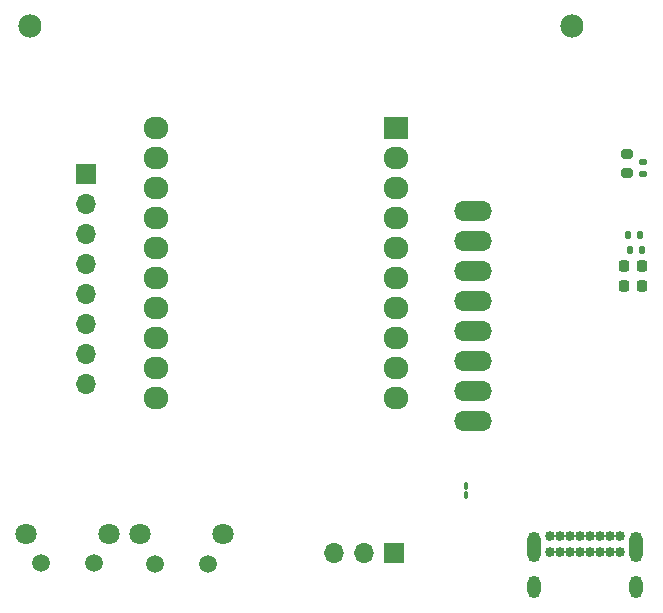
<source format=gbr>
%TF.GenerationSoftware,KiCad,Pcbnew,8.0.0*%
%TF.CreationDate,2025-02-07T12:17:38-03:30*%
%TF.ProjectId,Detection_Eval,44657465-6374-4696-9f6e-5f4576616c2e,rev?*%
%TF.SameCoordinates,Original*%
%TF.FileFunction,Soldermask,Top*%
%TF.FilePolarity,Negative*%
%FSLAX46Y46*%
G04 Gerber Fmt 4.6, Leading zero omitted, Abs format (unit mm)*
G04 Created by KiCad (PCBNEW 8.0.0) date 2025-02-07 12:17:38*
%MOMM*%
%LPD*%
G01*
G04 APERTURE LIST*
G04 Aperture macros list*
%AMRoundRect*
0 Rectangle with rounded corners*
0 $1 Rounding radius*
0 $2 $3 $4 $5 $6 $7 $8 $9 X,Y pos of 4 corners*
0 Add a 4 corners polygon primitive as box body*
4,1,4,$2,$3,$4,$5,$6,$7,$8,$9,$2,$3,0*
0 Add four circle primitives for the rounded corners*
1,1,$1+$1,$2,$3*
1,1,$1+$1,$4,$5*
1,1,$1+$1,$6,$7*
1,1,$1+$1,$8,$9*
0 Add four rect primitives between the rounded corners*
20,1,$1+$1,$2,$3,$4,$5,0*
20,1,$1+$1,$4,$5,$6,$7,0*
20,1,$1+$1,$6,$7,$8,$9,0*
20,1,$1+$1,$8,$9,$2,$3,0*%
G04 Aperture macros list end*
%ADD10O,1.700000X1.700000*%
%ADD11R,1.700000X1.700000*%
%ADD12RoundRect,0.135000X0.135000X0.185000X-0.135000X0.185000X-0.135000X-0.185000X0.135000X-0.185000X0*%
%ADD13RoundRect,0.225000X0.225000X0.250000X-0.225000X0.250000X-0.225000X-0.250000X0.225000X-0.250000X0*%
%ADD14RoundRect,0.100000X-0.100000X0.217500X-0.100000X-0.217500X0.100000X-0.217500X0.100000X0.217500X0*%
%ADD15C,0.854000*%
%ADD16O,1.104000X1.904000*%
%ADD17O,1.104000X2.604000*%
%ADD18C,1.498600*%
%ADD19C,1.803400*%
%ADD20C,1.964000*%
%ADD21RoundRect,0.200000X-0.275000X0.200000X-0.275000X-0.200000X0.275000X-0.200000X0.275000X0.200000X0*%
%ADD22RoundRect,0.135000X0.185000X-0.135000X0.185000X0.135000X-0.185000X0.135000X-0.185000X-0.135000X0*%
%ADD23R,2.100000X1.900000*%
%ADD24O,2.100000X1.900000*%
%ADD25O,3.204000X1.704000*%
G04 APERTURE END LIST*
D10*
%TO.C,U5*%
X96300000Y-124010000D03*
X96300000Y-121470000D03*
X96300000Y-118930000D03*
X96300000Y-116390000D03*
X96300000Y-113850000D03*
X96300000Y-111310000D03*
X96300000Y-108770000D03*
D11*
X96300000Y-106230000D03*
%TD*%
D12*
%TO.C,R2*%
X143160000Y-111400000D03*
X142140000Y-111400000D03*
%TD*%
D13*
%TO.C,C4*%
X143375000Y-114000000D03*
X141825000Y-114000000D03*
%TD*%
D12*
%TO.C,R4*%
X143350000Y-112650000D03*
X142330000Y-112650000D03*
%TD*%
D14*
%TO.C,D1*%
X128400000Y-132622500D03*
X128400000Y-133437500D03*
%TD*%
D15*
%TO.C,J1*%
X135560000Y-136840000D03*
X136410000Y-136840000D03*
X137260000Y-136840000D03*
X138110000Y-136840000D03*
X138960000Y-136840000D03*
X139810000Y-136840000D03*
X140660000Y-136840000D03*
X141510000Y-136840000D03*
X141510000Y-138190000D03*
X140660000Y-138190000D03*
X139810000Y-138190000D03*
X138960000Y-138190000D03*
X138110000Y-138190000D03*
X137260000Y-138190000D03*
X136410000Y-138190000D03*
X135560000Y-138190000D03*
D16*
X134210000Y-141200000D03*
X142860000Y-141200000D03*
D17*
X134210000Y-137820000D03*
X142860000Y-137820000D03*
%TD*%
D18*
%TO.C,U9*%
X102109999Y-139200000D03*
X106610000Y-139200000D03*
D19*
X100854999Y-136709701D03*
X107865000Y-136709701D03*
%TD*%
D13*
%TO.C,C5*%
X143375000Y-115700000D03*
X141825000Y-115700000D03*
%TD*%
D20*
%TO.C,BT2*%
X91500000Y-93700000D03*
X137370000Y-93700000D03*
%TD*%
D18*
%TO.C,U2*%
X92471749Y-139166699D03*
X96971750Y-139166699D03*
D19*
X91216749Y-136676400D03*
X98226750Y-136676400D03*
%TD*%
D11*
%TO.C,U4*%
X122335000Y-138325000D03*
D10*
X119795000Y-138325000D03*
X117255000Y-138325000D03*
%TD*%
D21*
%TO.C,R12*%
X142050000Y-104500000D03*
X142050000Y-106150000D03*
%TD*%
D22*
%TO.C,R11*%
X143400000Y-106200000D03*
X143400000Y-105180000D03*
%TD*%
D23*
%TO.C,U6*%
X122500000Y-102340000D03*
D24*
X122500000Y-104880000D03*
X122500000Y-107420000D03*
X122500000Y-109960000D03*
X122500000Y-112500000D03*
X122500000Y-115040000D03*
X122500000Y-117580000D03*
X122500000Y-120120000D03*
X122500000Y-122660000D03*
X122500000Y-125200000D03*
X102180000Y-125200000D03*
X102180000Y-122660000D03*
X102180000Y-120120000D03*
X102180000Y-117580000D03*
X102180000Y-115040000D03*
X102180000Y-112500000D03*
X102180000Y-109960000D03*
X102180000Y-107420000D03*
X102180000Y-104880000D03*
X102180000Y-102340000D03*
%TD*%
D25*
%TO.C,U3*%
X129018400Y-109387400D03*
X129018400Y-111927400D03*
X129018400Y-114467400D03*
X129018400Y-117007400D03*
X129018400Y-119547400D03*
X129018400Y-122087400D03*
X129018400Y-124627400D03*
X129018400Y-127167400D03*
%TD*%
M02*

</source>
